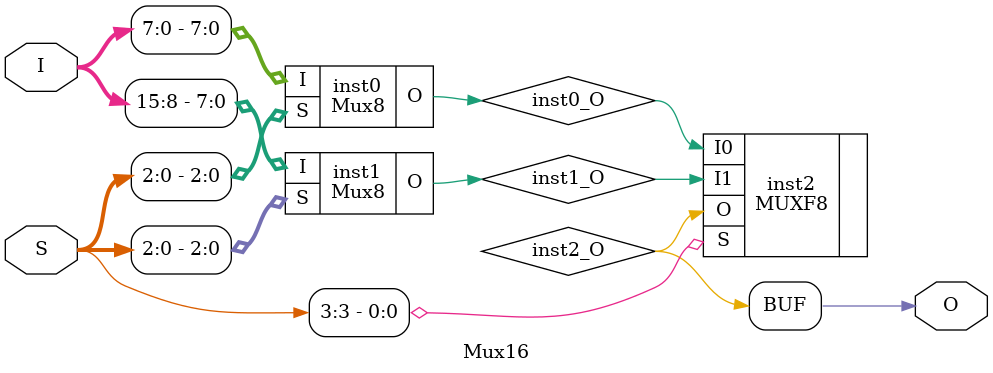
<source format=v>
module Mux8 (input [7:0] I, input [2:0] S, output  O);
wire  inst0_O;
wire  inst1_O;
wire  inst2_O;
LUT6 #(.INIT(64'hFF00F0F0CCCCAAAA)) inst0 (.I0(I[0]), .I1(I[1]), .I2(I[2]), .I3(I[3]), .I4(S[0]), .I5(S[1]), .O(inst0_O));
LUT6 #(.INIT(64'hFF00F0F0CCCCAAAA)) inst1 (.I0(I[4]), .I1(I[5]), .I2(I[6]), .I3(I[7]), .I4(S[0]), .I5(S[1]), .O(inst1_O));
MUXF7 inst2 (.I0(inst0_O), .I1(inst1_O), .S(S[2]), .O(inst2_O));
assign O = inst2_O;
endmodule

module Mux16 (input [15:0] I, input [3:0] S, output  O);
wire  inst0_O;
wire  inst1_O;
wire  inst2_O;
Mux8 inst0 (.I({I[7],I[6],I[5],I[4],I[3],I[2],I[1],I[0]}), .S({S[2],S[1],S[0]}), .O(inst0_O));
Mux8 inst1 (.I({I[15],I[14],I[13],I[12],I[11],I[10],I[9],I[8]}), .S({S[2],S[1],S[0]}), .O(inst1_O));
MUXF8 inst2 (.I0(inst0_O), .I1(inst1_O), .S(S[3]), .O(inst2_O));
assign O = inst2_O;
endmodule


</source>
